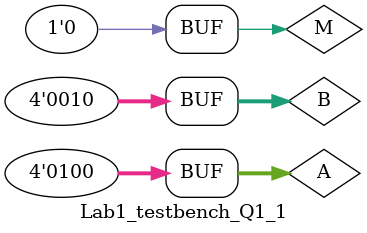
<source format=v>
`timescale 1ns / 1ps


module Lab1_testbench_Q1_1;

	// Inputs
	reg [3:0] A;
	reg [3:0] B;
	reg M;

	// Outputs
	wire [3:0] S;
	wire [3:0] C;
	wire Cout;
	wire V;

	// Instantiate the Unit Under Test (UUT)
	four_bit_binary_adder_subtractor uut (
		.A(A), 
		.B(B), 
		.M(M), 
		.S(S), 
		.C(C), 
		.Cout(Cout), 
		.V(V)
	);

	initial begin
		// Initialize Inputs
		A = 0;
		B = 0;
		M = 0;

		// Wait 100 ns for global reset to finish
		#100;
		
		M=1'b0;
		A=4'b0100;
		B=4'b0010;
		
        
		// Add stimulus here

	end
      
endmodule


</source>
